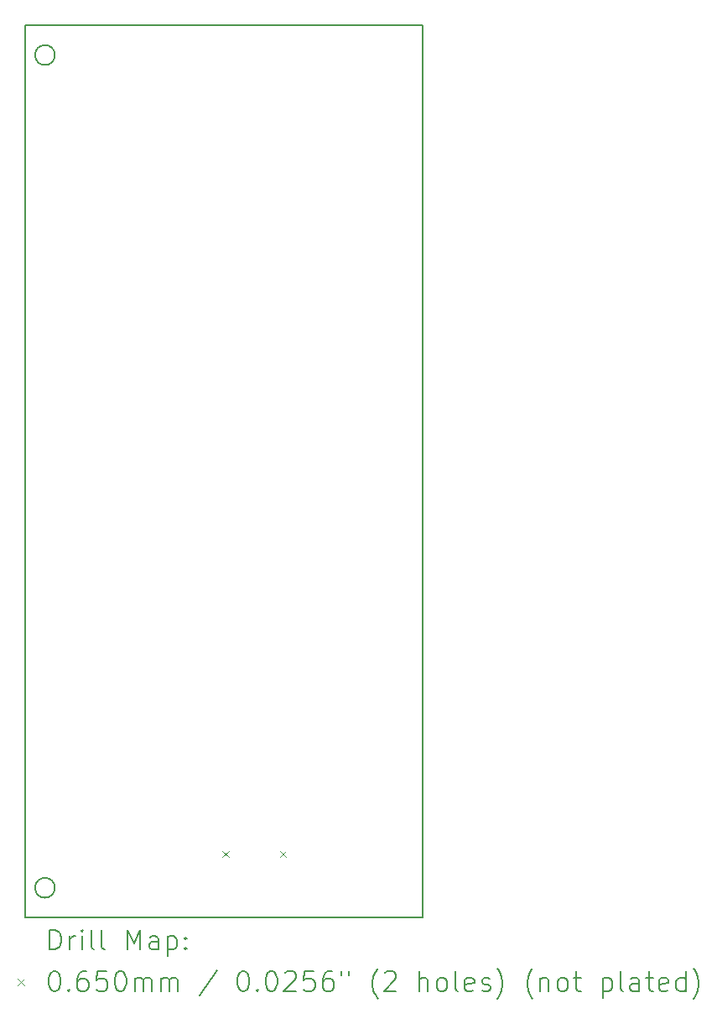
<source format=gbr>
%TF.GenerationSoftware,KiCad,Pcbnew,8.0.8*%
%TF.CreationDate,2025-02-25T21:21:12+02:00*%
%TF.ProjectId,minisumo_2025,6d696e69-7375-46d6-9f5f-323032352e6b,rev?*%
%TF.SameCoordinates,Original*%
%TF.FileFunction,Drillmap*%
%TF.FilePolarity,Positive*%
%FSLAX45Y45*%
G04 Gerber Fmt 4.5, Leading zero omitted, Abs format (unit mm)*
G04 Created by KiCad (PCBNEW 8.0.8) date 2025-02-25 21:21:12*
%MOMM*%
%LPD*%
G01*
G04 APERTURE LIST*
%ADD10C,0.200000*%
%ADD11C,0.100000*%
G04 APERTURE END LIST*
D10*
X11038438Y-13845000D02*
X15050000Y-13845000D01*
X11038438Y-4845000D02*
X11038438Y-13845000D01*
X15050000Y-4845000D02*
X11038438Y-4845000D01*
X11340038Y-13545000D02*
G75*
G02*
X11140038Y-13545000I-100000J0D01*
G01*
X11140038Y-13545000D02*
G75*
G02*
X11340038Y-13545000I100000J0D01*
G01*
X11340038Y-5145000D02*
G75*
G02*
X11140038Y-5145000I-100000J0D01*
G01*
X11140038Y-5145000D02*
G75*
G02*
X11340038Y-5145000I100000J0D01*
G01*
X15050000Y-13845000D02*
X15050000Y-4845000D01*
D11*
X13033500Y-13173000D02*
X13098500Y-13238000D01*
X13098500Y-13173000D02*
X13033500Y-13238000D01*
X13611500Y-13173000D02*
X13676500Y-13238000D01*
X13676500Y-13173000D02*
X13611500Y-13238000D01*
D10*
X11289214Y-14166484D02*
X11289214Y-13966484D01*
X11289214Y-13966484D02*
X11336833Y-13966484D01*
X11336833Y-13966484D02*
X11365405Y-13976008D01*
X11365405Y-13976008D02*
X11384453Y-13995055D01*
X11384453Y-13995055D02*
X11393976Y-14014103D01*
X11393976Y-14014103D02*
X11403500Y-14052198D01*
X11403500Y-14052198D02*
X11403500Y-14080769D01*
X11403500Y-14080769D02*
X11393976Y-14118865D01*
X11393976Y-14118865D02*
X11384453Y-14137912D01*
X11384453Y-14137912D02*
X11365405Y-14156960D01*
X11365405Y-14156960D02*
X11336833Y-14166484D01*
X11336833Y-14166484D02*
X11289214Y-14166484D01*
X11489214Y-14166484D02*
X11489214Y-14033150D01*
X11489214Y-14071246D02*
X11498738Y-14052198D01*
X11498738Y-14052198D02*
X11508262Y-14042674D01*
X11508262Y-14042674D02*
X11527310Y-14033150D01*
X11527310Y-14033150D02*
X11546357Y-14033150D01*
X11613024Y-14166484D02*
X11613024Y-14033150D01*
X11613024Y-13966484D02*
X11603500Y-13976008D01*
X11603500Y-13976008D02*
X11613024Y-13985531D01*
X11613024Y-13985531D02*
X11622548Y-13976008D01*
X11622548Y-13976008D02*
X11613024Y-13966484D01*
X11613024Y-13966484D02*
X11613024Y-13985531D01*
X11736833Y-14166484D02*
X11717786Y-14156960D01*
X11717786Y-14156960D02*
X11708262Y-14137912D01*
X11708262Y-14137912D02*
X11708262Y-13966484D01*
X11841595Y-14166484D02*
X11822548Y-14156960D01*
X11822548Y-14156960D02*
X11813024Y-14137912D01*
X11813024Y-14137912D02*
X11813024Y-13966484D01*
X12070167Y-14166484D02*
X12070167Y-13966484D01*
X12070167Y-13966484D02*
X12136834Y-14109341D01*
X12136834Y-14109341D02*
X12203500Y-13966484D01*
X12203500Y-13966484D02*
X12203500Y-14166484D01*
X12384453Y-14166484D02*
X12384453Y-14061722D01*
X12384453Y-14061722D02*
X12374929Y-14042674D01*
X12374929Y-14042674D02*
X12355881Y-14033150D01*
X12355881Y-14033150D02*
X12317786Y-14033150D01*
X12317786Y-14033150D02*
X12298738Y-14042674D01*
X12384453Y-14156960D02*
X12365405Y-14166484D01*
X12365405Y-14166484D02*
X12317786Y-14166484D01*
X12317786Y-14166484D02*
X12298738Y-14156960D01*
X12298738Y-14156960D02*
X12289214Y-14137912D01*
X12289214Y-14137912D02*
X12289214Y-14118865D01*
X12289214Y-14118865D02*
X12298738Y-14099817D01*
X12298738Y-14099817D02*
X12317786Y-14090293D01*
X12317786Y-14090293D02*
X12365405Y-14090293D01*
X12365405Y-14090293D02*
X12384453Y-14080769D01*
X12479691Y-14033150D02*
X12479691Y-14233150D01*
X12479691Y-14042674D02*
X12498738Y-14033150D01*
X12498738Y-14033150D02*
X12536834Y-14033150D01*
X12536834Y-14033150D02*
X12555881Y-14042674D01*
X12555881Y-14042674D02*
X12565405Y-14052198D01*
X12565405Y-14052198D02*
X12574929Y-14071246D01*
X12574929Y-14071246D02*
X12574929Y-14128388D01*
X12574929Y-14128388D02*
X12565405Y-14147436D01*
X12565405Y-14147436D02*
X12555881Y-14156960D01*
X12555881Y-14156960D02*
X12536834Y-14166484D01*
X12536834Y-14166484D02*
X12498738Y-14166484D01*
X12498738Y-14166484D02*
X12479691Y-14156960D01*
X12660643Y-14147436D02*
X12670167Y-14156960D01*
X12670167Y-14156960D02*
X12660643Y-14166484D01*
X12660643Y-14166484D02*
X12651119Y-14156960D01*
X12651119Y-14156960D02*
X12660643Y-14147436D01*
X12660643Y-14147436D02*
X12660643Y-14166484D01*
X12660643Y-14042674D02*
X12670167Y-14052198D01*
X12670167Y-14052198D02*
X12660643Y-14061722D01*
X12660643Y-14061722D02*
X12651119Y-14052198D01*
X12651119Y-14052198D02*
X12660643Y-14042674D01*
X12660643Y-14042674D02*
X12660643Y-14061722D01*
D11*
X10963438Y-14462500D02*
X11028438Y-14527500D01*
X11028438Y-14462500D02*
X10963438Y-14527500D01*
D10*
X11327310Y-14386484D02*
X11346357Y-14386484D01*
X11346357Y-14386484D02*
X11365405Y-14396008D01*
X11365405Y-14396008D02*
X11374929Y-14405531D01*
X11374929Y-14405531D02*
X11384453Y-14424579D01*
X11384453Y-14424579D02*
X11393976Y-14462674D01*
X11393976Y-14462674D02*
X11393976Y-14510293D01*
X11393976Y-14510293D02*
X11384453Y-14548388D01*
X11384453Y-14548388D02*
X11374929Y-14567436D01*
X11374929Y-14567436D02*
X11365405Y-14576960D01*
X11365405Y-14576960D02*
X11346357Y-14586484D01*
X11346357Y-14586484D02*
X11327310Y-14586484D01*
X11327310Y-14586484D02*
X11308262Y-14576960D01*
X11308262Y-14576960D02*
X11298738Y-14567436D01*
X11298738Y-14567436D02*
X11289214Y-14548388D01*
X11289214Y-14548388D02*
X11279691Y-14510293D01*
X11279691Y-14510293D02*
X11279691Y-14462674D01*
X11279691Y-14462674D02*
X11289214Y-14424579D01*
X11289214Y-14424579D02*
X11298738Y-14405531D01*
X11298738Y-14405531D02*
X11308262Y-14396008D01*
X11308262Y-14396008D02*
X11327310Y-14386484D01*
X11479691Y-14567436D02*
X11489214Y-14576960D01*
X11489214Y-14576960D02*
X11479691Y-14586484D01*
X11479691Y-14586484D02*
X11470167Y-14576960D01*
X11470167Y-14576960D02*
X11479691Y-14567436D01*
X11479691Y-14567436D02*
X11479691Y-14586484D01*
X11660643Y-14386484D02*
X11622548Y-14386484D01*
X11622548Y-14386484D02*
X11603500Y-14396008D01*
X11603500Y-14396008D02*
X11593976Y-14405531D01*
X11593976Y-14405531D02*
X11574929Y-14434103D01*
X11574929Y-14434103D02*
X11565405Y-14472198D01*
X11565405Y-14472198D02*
X11565405Y-14548388D01*
X11565405Y-14548388D02*
X11574929Y-14567436D01*
X11574929Y-14567436D02*
X11584453Y-14576960D01*
X11584453Y-14576960D02*
X11603500Y-14586484D01*
X11603500Y-14586484D02*
X11641595Y-14586484D01*
X11641595Y-14586484D02*
X11660643Y-14576960D01*
X11660643Y-14576960D02*
X11670167Y-14567436D01*
X11670167Y-14567436D02*
X11679691Y-14548388D01*
X11679691Y-14548388D02*
X11679691Y-14500769D01*
X11679691Y-14500769D02*
X11670167Y-14481722D01*
X11670167Y-14481722D02*
X11660643Y-14472198D01*
X11660643Y-14472198D02*
X11641595Y-14462674D01*
X11641595Y-14462674D02*
X11603500Y-14462674D01*
X11603500Y-14462674D02*
X11584453Y-14472198D01*
X11584453Y-14472198D02*
X11574929Y-14481722D01*
X11574929Y-14481722D02*
X11565405Y-14500769D01*
X11860643Y-14386484D02*
X11765405Y-14386484D01*
X11765405Y-14386484D02*
X11755881Y-14481722D01*
X11755881Y-14481722D02*
X11765405Y-14472198D01*
X11765405Y-14472198D02*
X11784453Y-14462674D01*
X11784453Y-14462674D02*
X11832072Y-14462674D01*
X11832072Y-14462674D02*
X11851119Y-14472198D01*
X11851119Y-14472198D02*
X11860643Y-14481722D01*
X11860643Y-14481722D02*
X11870167Y-14500769D01*
X11870167Y-14500769D02*
X11870167Y-14548388D01*
X11870167Y-14548388D02*
X11860643Y-14567436D01*
X11860643Y-14567436D02*
X11851119Y-14576960D01*
X11851119Y-14576960D02*
X11832072Y-14586484D01*
X11832072Y-14586484D02*
X11784453Y-14586484D01*
X11784453Y-14586484D02*
X11765405Y-14576960D01*
X11765405Y-14576960D02*
X11755881Y-14567436D01*
X11993976Y-14386484D02*
X12013024Y-14386484D01*
X12013024Y-14386484D02*
X12032072Y-14396008D01*
X12032072Y-14396008D02*
X12041595Y-14405531D01*
X12041595Y-14405531D02*
X12051119Y-14424579D01*
X12051119Y-14424579D02*
X12060643Y-14462674D01*
X12060643Y-14462674D02*
X12060643Y-14510293D01*
X12060643Y-14510293D02*
X12051119Y-14548388D01*
X12051119Y-14548388D02*
X12041595Y-14567436D01*
X12041595Y-14567436D02*
X12032072Y-14576960D01*
X12032072Y-14576960D02*
X12013024Y-14586484D01*
X12013024Y-14586484D02*
X11993976Y-14586484D01*
X11993976Y-14586484D02*
X11974929Y-14576960D01*
X11974929Y-14576960D02*
X11965405Y-14567436D01*
X11965405Y-14567436D02*
X11955881Y-14548388D01*
X11955881Y-14548388D02*
X11946357Y-14510293D01*
X11946357Y-14510293D02*
X11946357Y-14462674D01*
X11946357Y-14462674D02*
X11955881Y-14424579D01*
X11955881Y-14424579D02*
X11965405Y-14405531D01*
X11965405Y-14405531D02*
X11974929Y-14396008D01*
X11974929Y-14396008D02*
X11993976Y-14386484D01*
X12146357Y-14586484D02*
X12146357Y-14453150D01*
X12146357Y-14472198D02*
X12155881Y-14462674D01*
X12155881Y-14462674D02*
X12174929Y-14453150D01*
X12174929Y-14453150D02*
X12203500Y-14453150D01*
X12203500Y-14453150D02*
X12222548Y-14462674D01*
X12222548Y-14462674D02*
X12232072Y-14481722D01*
X12232072Y-14481722D02*
X12232072Y-14586484D01*
X12232072Y-14481722D02*
X12241595Y-14462674D01*
X12241595Y-14462674D02*
X12260643Y-14453150D01*
X12260643Y-14453150D02*
X12289214Y-14453150D01*
X12289214Y-14453150D02*
X12308262Y-14462674D01*
X12308262Y-14462674D02*
X12317786Y-14481722D01*
X12317786Y-14481722D02*
X12317786Y-14586484D01*
X12413024Y-14586484D02*
X12413024Y-14453150D01*
X12413024Y-14472198D02*
X12422548Y-14462674D01*
X12422548Y-14462674D02*
X12441595Y-14453150D01*
X12441595Y-14453150D02*
X12470167Y-14453150D01*
X12470167Y-14453150D02*
X12489215Y-14462674D01*
X12489215Y-14462674D02*
X12498738Y-14481722D01*
X12498738Y-14481722D02*
X12498738Y-14586484D01*
X12498738Y-14481722D02*
X12508262Y-14462674D01*
X12508262Y-14462674D02*
X12527310Y-14453150D01*
X12527310Y-14453150D02*
X12555881Y-14453150D01*
X12555881Y-14453150D02*
X12574929Y-14462674D01*
X12574929Y-14462674D02*
X12584453Y-14481722D01*
X12584453Y-14481722D02*
X12584453Y-14586484D01*
X12974929Y-14376960D02*
X12803500Y-14634103D01*
X13232072Y-14386484D02*
X13251119Y-14386484D01*
X13251119Y-14386484D02*
X13270167Y-14396008D01*
X13270167Y-14396008D02*
X13279691Y-14405531D01*
X13279691Y-14405531D02*
X13289215Y-14424579D01*
X13289215Y-14424579D02*
X13298738Y-14462674D01*
X13298738Y-14462674D02*
X13298738Y-14510293D01*
X13298738Y-14510293D02*
X13289215Y-14548388D01*
X13289215Y-14548388D02*
X13279691Y-14567436D01*
X13279691Y-14567436D02*
X13270167Y-14576960D01*
X13270167Y-14576960D02*
X13251119Y-14586484D01*
X13251119Y-14586484D02*
X13232072Y-14586484D01*
X13232072Y-14586484D02*
X13213024Y-14576960D01*
X13213024Y-14576960D02*
X13203500Y-14567436D01*
X13203500Y-14567436D02*
X13193977Y-14548388D01*
X13193977Y-14548388D02*
X13184453Y-14510293D01*
X13184453Y-14510293D02*
X13184453Y-14462674D01*
X13184453Y-14462674D02*
X13193977Y-14424579D01*
X13193977Y-14424579D02*
X13203500Y-14405531D01*
X13203500Y-14405531D02*
X13213024Y-14396008D01*
X13213024Y-14396008D02*
X13232072Y-14386484D01*
X13384453Y-14567436D02*
X13393977Y-14576960D01*
X13393977Y-14576960D02*
X13384453Y-14586484D01*
X13384453Y-14586484D02*
X13374929Y-14576960D01*
X13374929Y-14576960D02*
X13384453Y-14567436D01*
X13384453Y-14567436D02*
X13384453Y-14586484D01*
X13517786Y-14386484D02*
X13536834Y-14386484D01*
X13536834Y-14386484D02*
X13555881Y-14396008D01*
X13555881Y-14396008D02*
X13565405Y-14405531D01*
X13565405Y-14405531D02*
X13574929Y-14424579D01*
X13574929Y-14424579D02*
X13584453Y-14462674D01*
X13584453Y-14462674D02*
X13584453Y-14510293D01*
X13584453Y-14510293D02*
X13574929Y-14548388D01*
X13574929Y-14548388D02*
X13565405Y-14567436D01*
X13565405Y-14567436D02*
X13555881Y-14576960D01*
X13555881Y-14576960D02*
X13536834Y-14586484D01*
X13536834Y-14586484D02*
X13517786Y-14586484D01*
X13517786Y-14586484D02*
X13498738Y-14576960D01*
X13498738Y-14576960D02*
X13489215Y-14567436D01*
X13489215Y-14567436D02*
X13479691Y-14548388D01*
X13479691Y-14548388D02*
X13470167Y-14510293D01*
X13470167Y-14510293D02*
X13470167Y-14462674D01*
X13470167Y-14462674D02*
X13479691Y-14424579D01*
X13479691Y-14424579D02*
X13489215Y-14405531D01*
X13489215Y-14405531D02*
X13498738Y-14396008D01*
X13498738Y-14396008D02*
X13517786Y-14386484D01*
X13660643Y-14405531D02*
X13670167Y-14396008D01*
X13670167Y-14396008D02*
X13689215Y-14386484D01*
X13689215Y-14386484D02*
X13736834Y-14386484D01*
X13736834Y-14386484D02*
X13755881Y-14396008D01*
X13755881Y-14396008D02*
X13765405Y-14405531D01*
X13765405Y-14405531D02*
X13774929Y-14424579D01*
X13774929Y-14424579D02*
X13774929Y-14443627D01*
X13774929Y-14443627D02*
X13765405Y-14472198D01*
X13765405Y-14472198D02*
X13651119Y-14586484D01*
X13651119Y-14586484D02*
X13774929Y-14586484D01*
X13955881Y-14386484D02*
X13860643Y-14386484D01*
X13860643Y-14386484D02*
X13851119Y-14481722D01*
X13851119Y-14481722D02*
X13860643Y-14472198D01*
X13860643Y-14472198D02*
X13879691Y-14462674D01*
X13879691Y-14462674D02*
X13927310Y-14462674D01*
X13927310Y-14462674D02*
X13946358Y-14472198D01*
X13946358Y-14472198D02*
X13955881Y-14481722D01*
X13955881Y-14481722D02*
X13965405Y-14500769D01*
X13965405Y-14500769D02*
X13965405Y-14548388D01*
X13965405Y-14548388D02*
X13955881Y-14567436D01*
X13955881Y-14567436D02*
X13946358Y-14576960D01*
X13946358Y-14576960D02*
X13927310Y-14586484D01*
X13927310Y-14586484D02*
X13879691Y-14586484D01*
X13879691Y-14586484D02*
X13860643Y-14576960D01*
X13860643Y-14576960D02*
X13851119Y-14567436D01*
X14136834Y-14386484D02*
X14098738Y-14386484D01*
X14098738Y-14386484D02*
X14079691Y-14396008D01*
X14079691Y-14396008D02*
X14070167Y-14405531D01*
X14070167Y-14405531D02*
X14051119Y-14434103D01*
X14051119Y-14434103D02*
X14041596Y-14472198D01*
X14041596Y-14472198D02*
X14041596Y-14548388D01*
X14041596Y-14548388D02*
X14051119Y-14567436D01*
X14051119Y-14567436D02*
X14060643Y-14576960D01*
X14060643Y-14576960D02*
X14079691Y-14586484D01*
X14079691Y-14586484D02*
X14117786Y-14586484D01*
X14117786Y-14586484D02*
X14136834Y-14576960D01*
X14136834Y-14576960D02*
X14146358Y-14567436D01*
X14146358Y-14567436D02*
X14155881Y-14548388D01*
X14155881Y-14548388D02*
X14155881Y-14500769D01*
X14155881Y-14500769D02*
X14146358Y-14481722D01*
X14146358Y-14481722D02*
X14136834Y-14472198D01*
X14136834Y-14472198D02*
X14117786Y-14462674D01*
X14117786Y-14462674D02*
X14079691Y-14462674D01*
X14079691Y-14462674D02*
X14060643Y-14472198D01*
X14060643Y-14472198D02*
X14051119Y-14481722D01*
X14051119Y-14481722D02*
X14041596Y-14500769D01*
X14232072Y-14386484D02*
X14232072Y-14424579D01*
X14308262Y-14386484D02*
X14308262Y-14424579D01*
X14603501Y-14662674D02*
X14593977Y-14653150D01*
X14593977Y-14653150D02*
X14574929Y-14624579D01*
X14574929Y-14624579D02*
X14565405Y-14605531D01*
X14565405Y-14605531D02*
X14555881Y-14576960D01*
X14555881Y-14576960D02*
X14546358Y-14529341D01*
X14546358Y-14529341D02*
X14546358Y-14491246D01*
X14546358Y-14491246D02*
X14555881Y-14443627D01*
X14555881Y-14443627D02*
X14565405Y-14415055D01*
X14565405Y-14415055D02*
X14574929Y-14396008D01*
X14574929Y-14396008D02*
X14593977Y-14367436D01*
X14593977Y-14367436D02*
X14603501Y-14357912D01*
X14670167Y-14405531D02*
X14679691Y-14396008D01*
X14679691Y-14396008D02*
X14698739Y-14386484D01*
X14698739Y-14386484D02*
X14746358Y-14386484D01*
X14746358Y-14386484D02*
X14765405Y-14396008D01*
X14765405Y-14396008D02*
X14774929Y-14405531D01*
X14774929Y-14405531D02*
X14784453Y-14424579D01*
X14784453Y-14424579D02*
X14784453Y-14443627D01*
X14784453Y-14443627D02*
X14774929Y-14472198D01*
X14774929Y-14472198D02*
X14660643Y-14586484D01*
X14660643Y-14586484D02*
X14784453Y-14586484D01*
X15022548Y-14586484D02*
X15022548Y-14386484D01*
X15108262Y-14586484D02*
X15108262Y-14481722D01*
X15108262Y-14481722D02*
X15098739Y-14462674D01*
X15098739Y-14462674D02*
X15079691Y-14453150D01*
X15079691Y-14453150D02*
X15051120Y-14453150D01*
X15051120Y-14453150D02*
X15032072Y-14462674D01*
X15032072Y-14462674D02*
X15022548Y-14472198D01*
X15232072Y-14586484D02*
X15213024Y-14576960D01*
X15213024Y-14576960D02*
X15203501Y-14567436D01*
X15203501Y-14567436D02*
X15193977Y-14548388D01*
X15193977Y-14548388D02*
X15193977Y-14491246D01*
X15193977Y-14491246D02*
X15203501Y-14472198D01*
X15203501Y-14472198D02*
X15213024Y-14462674D01*
X15213024Y-14462674D02*
X15232072Y-14453150D01*
X15232072Y-14453150D02*
X15260643Y-14453150D01*
X15260643Y-14453150D02*
X15279691Y-14462674D01*
X15279691Y-14462674D02*
X15289215Y-14472198D01*
X15289215Y-14472198D02*
X15298739Y-14491246D01*
X15298739Y-14491246D02*
X15298739Y-14548388D01*
X15298739Y-14548388D02*
X15289215Y-14567436D01*
X15289215Y-14567436D02*
X15279691Y-14576960D01*
X15279691Y-14576960D02*
X15260643Y-14586484D01*
X15260643Y-14586484D02*
X15232072Y-14586484D01*
X15413024Y-14586484D02*
X15393977Y-14576960D01*
X15393977Y-14576960D02*
X15384453Y-14557912D01*
X15384453Y-14557912D02*
X15384453Y-14386484D01*
X15565405Y-14576960D02*
X15546358Y-14586484D01*
X15546358Y-14586484D02*
X15508262Y-14586484D01*
X15508262Y-14586484D02*
X15489215Y-14576960D01*
X15489215Y-14576960D02*
X15479691Y-14557912D01*
X15479691Y-14557912D02*
X15479691Y-14481722D01*
X15479691Y-14481722D02*
X15489215Y-14462674D01*
X15489215Y-14462674D02*
X15508262Y-14453150D01*
X15508262Y-14453150D02*
X15546358Y-14453150D01*
X15546358Y-14453150D02*
X15565405Y-14462674D01*
X15565405Y-14462674D02*
X15574929Y-14481722D01*
X15574929Y-14481722D02*
X15574929Y-14500769D01*
X15574929Y-14500769D02*
X15479691Y-14519817D01*
X15651120Y-14576960D02*
X15670167Y-14586484D01*
X15670167Y-14586484D02*
X15708262Y-14586484D01*
X15708262Y-14586484D02*
X15727310Y-14576960D01*
X15727310Y-14576960D02*
X15736834Y-14557912D01*
X15736834Y-14557912D02*
X15736834Y-14548388D01*
X15736834Y-14548388D02*
X15727310Y-14529341D01*
X15727310Y-14529341D02*
X15708262Y-14519817D01*
X15708262Y-14519817D02*
X15679691Y-14519817D01*
X15679691Y-14519817D02*
X15660643Y-14510293D01*
X15660643Y-14510293D02*
X15651120Y-14491246D01*
X15651120Y-14491246D02*
X15651120Y-14481722D01*
X15651120Y-14481722D02*
X15660643Y-14462674D01*
X15660643Y-14462674D02*
X15679691Y-14453150D01*
X15679691Y-14453150D02*
X15708262Y-14453150D01*
X15708262Y-14453150D02*
X15727310Y-14462674D01*
X15803501Y-14662674D02*
X15813024Y-14653150D01*
X15813024Y-14653150D02*
X15832072Y-14624579D01*
X15832072Y-14624579D02*
X15841596Y-14605531D01*
X15841596Y-14605531D02*
X15851120Y-14576960D01*
X15851120Y-14576960D02*
X15860643Y-14529341D01*
X15860643Y-14529341D02*
X15860643Y-14491246D01*
X15860643Y-14491246D02*
X15851120Y-14443627D01*
X15851120Y-14443627D02*
X15841596Y-14415055D01*
X15841596Y-14415055D02*
X15832072Y-14396008D01*
X15832072Y-14396008D02*
X15813024Y-14367436D01*
X15813024Y-14367436D02*
X15803501Y-14357912D01*
X16165405Y-14662674D02*
X16155882Y-14653150D01*
X16155882Y-14653150D02*
X16136834Y-14624579D01*
X16136834Y-14624579D02*
X16127310Y-14605531D01*
X16127310Y-14605531D02*
X16117786Y-14576960D01*
X16117786Y-14576960D02*
X16108263Y-14529341D01*
X16108263Y-14529341D02*
X16108263Y-14491246D01*
X16108263Y-14491246D02*
X16117786Y-14443627D01*
X16117786Y-14443627D02*
X16127310Y-14415055D01*
X16127310Y-14415055D02*
X16136834Y-14396008D01*
X16136834Y-14396008D02*
X16155882Y-14367436D01*
X16155882Y-14367436D02*
X16165405Y-14357912D01*
X16241596Y-14453150D02*
X16241596Y-14586484D01*
X16241596Y-14472198D02*
X16251120Y-14462674D01*
X16251120Y-14462674D02*
X16270167Y-14453150D01*
X16270167Y-14453150D02*
X16298739Y-14453150D01*
X16298739Y-14453150D02*
X16317786Y-14462674D01*
X16317786Y-14462674D02*
X16327310Y-14481722D01*
X16327310Y-14481722D02*
X16327310Y-14586484D01*
X16451120Y-14586484D02*
X16432072Y-14576960D01*
X16432072Y-14576960D02*
X16422548Y-14567436D01*
X16422548Y-14567436D02*
X16413024Y-14548388D01*
X16413024Y-14548388D02*
X16413024Y-14491246D01*
X16413024Y-14491246D02*
X16422548Y-14472198D01*
X16422548Y-14472198D02*
X16432072Y-14462674D01*
X16432072Y-14462674D02*
X16451120Y-14453150D01*
X16451120Y-14453150D02*
X16479691Y-14453150D01*
X16479691Y-14453150D02*
X16498739Y-14462674D01*
X16498739Y-14462674D02*
X16508263Y-14472198D01*
X16508263Y-14472198D02*
X16517786Y-14491246D01*
X16517786Y-14491246D02*
X16517786Y-14548388D01*
X16517786Y-14548388D02*
X16508263Y-14567436D01*
X16508263Y-14567436D02*
X16498739Y-14576960D01*
X16498739Y-14576960D02*
X16479691Y-14586484D01*
X16479691Y-14586484D02*
X16451120Y-14586484D01*
X16574929Y-14453150D02*
X16651120Y-14453150D01*
X16603501Y-14386484D02*
X16603501Y-14557912D01*
X16603501Y-14557912D02*
X16613024Y-14576960D01*
X16613024Y-14576960D02*
X16632072Y-14586484D01*
X16632072Y-14586484D02*
X16651120Y-14586484D01*
X16870167Y-14453150D02*
X16870167Y-14653150D01*
X16870167Y-14462674D02*
X16889215Y-14453150D01*
X16889215Y-14453150D02*
X16927310Y-14453150D01*
X16927310Y-14453150D02*
X16946358Y-14462674D01*
X16946358Y-14462674D02*
X16955882Y-14472198D01*
X16955882Y-14472198D02*
X16965406Y-14491246D01*
X16965406Y-14491246D02*
X16965406Y-14548388D01*
X16965406Y-14548388D02*
X16955882Y-14567436D01*
X16955882Y-14567436D02*
X16946358Y-14576960D01*
X16946358Y-14576960D02*
X16927310Y-14586484D01*
X16927310Y-14586484D02*
X16889215Y-14586484D01*
X16889215Y-14586484D02*
X16870167Y-14576960D01*
X17079691Y-14586484D02*
X17060644Y-14576960D01*
X17060644Y-14576960D02*
X17051120Y-14557912D01*
X17051120Y-14557912D02*
X17051120Y-14386484D01*
X17241596Y-14586484D02*
X17241596Y-14481722D01*
X17241596Y-14481722D02*
X17232072Y-14462674D01*
X17232072Y-14462674D02*
X17213025Y-14453150D01*
X17213025Y-14453150D02*
X17174929Y-14453150D01*
X17174929Y-14453150D02*
X17155882Y-14462674D01*
X17241596Y-14576960D02*
X17222548Y-14586484D01*
X17222548Y-14586484D02*
X17174929Y-14586484D01*
X17174929Y-14586484D02*
X17155882Y-14576960D01*
X17155882Y-14576960D02*
X17146358Y-14557912D01*
X17146358Y-14557912D02*
X17146358Y-14538865D01*
X17146358Y-14538865D02*
X17155882Y-14519817D01*
X17155882Y-14519817D02*
X17174929Y-14510293D01*
X17174929Y-14510293D02*
X17222548Y-14510293D01*
X17222548Y-14510293D02*
X17241596Y-14500769D01*
X17308263Y-14453150D02*
X17384453Y-14453150D01*
X17336834Y-14386484D02*
X17336834Y-14557912D01*
X17336834Y-14557912D02*
X17346358Y-14576960D01*
X17346358Y-14576960D02*
X17365406Y-14586484D01*
X17365406Y-14586484D02*
X17384453Y-14586484D01*
X17527310Y-14576960D02*
X17508263Y-14586484D01*
X17508263Y-14586484D02*
X17470167Y-14586484D01*
X17470167Y-14586484D02*
X17451120Y-14576960D01*
X17451120Y-14576960D02*
X17441596Y-14557912D01*
X17441596Y-14557912D02*
X17441596Y-14481722D01*
X17441596Y-14481722D02*
X17451120Y-14462674D01*
X17451120Y-14462674D02*
X17470167Y-14453150D01*
X17470167Y-14453150D02*
X17508263Y-14453150D01*
X17508263Y-14453150D02*
X17527310Y-14462674D01*
X17527310Y-14462674D02*
X17536834Y-14481722D01*
X17536834Y-14481722D02*
X17536834Y-14500769D01*
X17536834Y-14500769D02*
X17441596Y-14519817D01*
X17708263Y-14586484D02*
X17708263Y-14386484D01*
X17708263Y-14576960D02*
X17689215Y-14586484D01*
X17689215Y-14586484D02*
X17651120Y-14586484D01*
X17651120Y-14586484D02*
X17632072Y-14576960D01*
X17632072Y-14576960D02*
X17622548Y-14567436D01*
X17622548Y-14567436D02*
X17613025Y-14548388D01*
X17613025Y-14548388D02*
X17613025Y-14491246D01*
X17613025Y-14491246D02*
X17622548Y-14472198D01*
X17622548Y-14472198D02*
X17632072Y-14462674D01*
X17632072Y-14462674D02*
X17651120Y-14453150D01*
X17651120Y-14453150D02*
X17689215Y-14453150D01*
X17689215Y-14453150D02*
X17708263Y-14462674D01*
X17784453Y-14662674D02*
X17793977Y-14653150D01*
X17793977Y-14653150D02*
X17813025Y-14624579D01*
X17813025Y-14624579D02*
X17822548Y-14605531D01*
X17822548Y-14605531D02*
X17832072Y-14576960D01*
X17832072Y-14576960D02*
X17841596Y-14529341D01*
X17841596Y-14529341D02*
X17841596Y-14491246D01*
X17841596Y-14491246D02*
X17832072Y-14443627D01*
X17832072Y-14443627D02*
X17822548Y-14415055D01*
X17822548Y-14415055D02*
X17813025Y-14396008D01*
X17813025Y-14396008D02*
X17793977Y-14367436D01*
X17793977Y-14367436D02*
X17784453Y-14357912D01*
M02*

</source>
